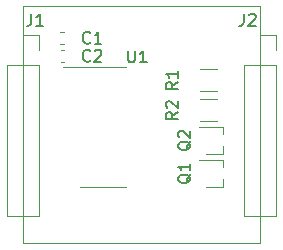
<source format=gbr>
G04 #@! TF.GenerationSoftware,KiCad,Pcbnew,(5.99.0-11522-g728b160719)*
G04 #@! TF.CreationDate,2021-08-06T10:01:41+10:00*
G04 #@! TF.ProjectId,USB-TTL,5553422d-5454-44c2-9e6b-696361645f70,rev?*
G04 #@! TF.SameCoordinates,Original*
G04 #@! TF.FileFunction,Legend,Top*
G04 #@! TF.FilePolarity,Positive*
%FSLAX46Y46*%
G04 Gerber Fmt 4.6, Leading zero omitted, Abs format (unit mm)*
G04 Created by KiCad (PCBNEW (5.99.0-11522-g728b160719)) date 2021-08-06 10:01:41*
%MOMM*%
%LPD*%
G01*
G04 APERTURE LIST*
G04 #@! TA.AperFunction,Profile*
%ADD10C,0.100000*%
G04 #@! TD*
%ADD11C,0.150000*%
%ADD12C,0.120000*%
G04 APERTURE END LIST*
D10*
X157988000Y-103734000D02*
X137922000Y-103734000D01*
X137922000Y-103734000D02*
X137922000Y-83668000D01*
X137922000Y-83668000D02*
X157988000Y-83668000D01*
X157988000Y-83668000D02*
X157988000Y-103734000D01*
D11*
G04 #@! TO.C,J1*
X138604666Y-84288380D02*
X138604666Y-85002666D01*
X138557047Y-85145523D01*
X138461809Y-85240761D01*
X138318952Y-85288380D01*
X138223714Y-85288380D01*
X139604666Y-85288380D02*
X139033238Y-85288380D01*
X139318952Y-85288380D02*
X139318952Y-84288380D01*
X139223714Y-84431238D01*
X139128476Y-84526476D01*
X139033238Y-84574095D01*
G04 #@! TO.C,U1*
X146812095Y-87405380D02*
X146812095Y-88214904D01*
X146859714Y-88310142D01*
X146907333Y-88357761D01*
X147002571Y-88405380D01*
X147193047Y-88405380D01*
X147288285Y-88357761D01*
X147335904Y-88310142D01*
X147383523Y-88214904D01*
X147383523Y-87405380D01*
X148383523Y-88405380D02*
X147812095Y-88405380D01*
X148097809Y-88405380D02*
X148097809Y-87405380D01*
X148002571Y-87548238D01*
X147907333Y-87643476D01*
X147812095Y-87691095D01*
G04 #@! TO.C,R2*
X151012880Y-92622666D02*
X150536690Y-92956000D01*
X151012880Y-93194095D02*
X150012880Y-93194095D01*
X150012880Y-92813142D01*
X150060500Y-92717904D01*
X150108119Y-92670285D01*
X150203357Y-92622666D01*
X150346214Y-92622666D01*
X150441452Y-92670285D01*
X150489071Y-92717904D01*
X150536690Y-92813142D01*
X150536690Y-93194095D01*
X150108119Y-92241714D02*
X150060500Y-92194095D01*
X150012880Y-92098857D01*
X150012880Y-91860761D01*
X150060500Y-91765523D01*
X150108119Y-91717904D01*
X150203357Y-91670285D01*
X150298595Y-91670285D01*
X150441452Y-91717904D01*
X151012880Y-92289333D01*
X151012880Y-91670285D01*
G04 #@! TO.C,R1*
X151012880Y-90082666D02*
X150536690Y-90416000D01*
X151012880Y-90654095D02*
X150012880Y-90654095D01*
X150012880Y-90273142D01*
X150060500Y-90177904D01*
X150108119Y-90130285D01*
X150203357Y-90082666D01*
X150346214Y-90082666D01*
X150441452Y-90130285D01*
X150489071Y-90177904D01*
X150536690Y-90273142D01*
X150536690Y-90654095D01*
X151012880Y-89130285D02*
X151012880Y-89701714D01*
X151012880Y-89416000D02*
X150012880Y-89416000D01*
X150155738Y-89511238D01*
X150250976Y-89606476D01*
X150298595Y-89701714D01*
G04 #@! TO.C,C2*
X143597333Y-88241142D02*
X143549714Y-88288761D01*
X143406857Y-88336380D01*
X143311619Y-88336380D01*
X143168761Y-88288761D01*
X143073523Y-88193523D01*
X143025904Y-88098285D01*
X142978285Y-87907809D01*
X142978285Y-87764952D01*
X143025904Y-87574476D01*
X143073523Y-87479238D01*
X143168761Y-87384000D01*
X143311619Y-87336380D01*
X143406857Y-87336380D01*
X143549714Y-87384000D01*
X143597333Y-87431619D01*
X143978285Y-87431619D02*
X144025904Y-87384000D01*
X144121142Y-87336380D01*
X144359238Y-87336380D01*
X144454476Y-87384000D01*
X144502095Y-87431619D01*
X144549714Y-87526857D01*
X144549714Y-87622095D01*
X144502095Y-87764952D01*
X143930666Y-88336380D01*
X144549714Y-88336380D01*
G04 #@! TO.C,Q1*
X152124119Y-97885238D02*
X152076500Y-97980476D01*
X151981261Y-98075714D01*
X151838404Y-98218571D01*
X151790785Y-98313809D01*
X151790785Y-98409047D01*
X152028880Y-98361428D02*
X151981261Y-98456666D01*
X151886023Y-98551904D01*
X151695547Y-98599523D01*
X151362214Y-98599523D01*
X151171738Y-98551904D01*
X151076500Y-98456666D01*
X151028880Y-98361428D01*
X151028880Y-98170952D01*
X151076500Y-98075714D01*
X151171738Y-97980476D01*
X151362214Y-97932857D01*
X151695547Y-97932857D01*
X151886023Y-97980476D01*
X151981261Y-98075714D01*
X152028880Y-98170952D01*
X152028880Y-98361428D01*
X152028880Y-96980476D02*
X152028880Y-97551904D01*
X152028880Y-97266190D02*
X151028880Y-97266190D01*
X151171738Y-97361428D01*
X151266976Y-97456666D01*
X151314595Y-97551904D01*
G04 #@! TO.C,C1*
X143597333Y-86717142D02*
X143549714Y-86764761D01*
X143406857Y-86812380D01*
X143311619Y-86812380D01*
X143168761Y-86764761D01*
X143073523Y-86669523D01*
X143025904Y-86574285D01*
X142978285Y-86383809D01*
X142978285Y-86240952D01*
X143025904Y-86050476D01*
X143073523Y-85955238D01*
X143168761Y-85860000D01*
X143311619Y-85812380D01*
X143406857Y-85812380D01*
X143549714Y-85860000D01*
X143597333Y-85907619D01*
X144549714Y-86812380D02*
X143978285Y-86812380D01*
X144264000Y-86812380D02*
X144264000Y-85812380D01*
X144168761Y-85955238D01*
X144073523Y-86050476D01*
X143978285Y-86098095D01*
G04 #@! TO.C,J2*
X156613666Y-84288380D02*
X156613666Y-85002666D01*
X156566047Y-85145523D01*
X156470809Y-85240761D01*
X156327952Y-85288380D01*
X156232714Y-85288380D01*
X157042238Y-84383619D02*
X157089857Y-84336000D01*
X157185095Y-84288380D01*
X157423190Y-84288380D01*
X157518428Y-84336000D01*
X157566047Y-84383619D01*
X157613666Y-84478857D01*
X157613666Y-84574095D01*
X157566047Y-84716952D01*
X156994619Y-85288380D01*
X157613666Y-85288380D01*
G04 #@! TO.C,Q2*
X152124119Y-95091238D02*
X152076500Y-95186476D01*
X151981261Y-95281714D01*
X151838404Y-95424571D01*
X151790785Y-95519809D01*
X151790785Y-95615047D01*
X152028880Y-95567428D02*
X151981261Y-95662666D01*
X151886023Y-95757904D01*
X151695547Y-95805523D01*
X151362214Y-95805523D01*
X151171738Y-95757904D01*
X151076500Y-95662666D01*
X151028880Y-95567428D01*
X151028880Y-95376952D01*
X151076500Y-95281714D01*
X151171738Y-95186476D01*
X151362214Y-95138857D01*
X151695547Y-95138857D01*
X151886023Y-95186476D01*
X151981261Y-95281714D01*
X152028880Y-95376952D01*
X152028880Y-95567428D01*
X151124119Y-94757904D02*
X151076500Y-94710285D01*
X151028880Y-94615047D01*
X151028880Y-94376952D01*
X151076500Y-94281714D01*
X151124119Y-94234095D01*
X151219357Y-94186476D01*
X151314595Y-94186476D01*
X151457452Y-94234095D01*
X152028880Y-94805523D01*
X152028880Y-94186476D01*
D12*
G04 #@! TO.C,J1*
X139252000Y-88646000D02*
X139252000Y-101406000D01*
X139252000Y-86046000D02*
X139252000Y-87376000D01*
X136592000Y-88646000D02*
X136592000Y-101406000D01*
X137922000Y-86046000D02*
X139252000Y-86046000D01*
X136592000Y-101406000D02*
X139252000Y-101406000D01*
X136592000Y-88646000D02*
X139252000Y-88646000D01*
G04 #@! TO.C,U1*
X144715000Y-98913000D02*
X142765000Y-98913000D01*
X144715000Y-88793000D02*
X146665000Y-88793000D01*
X144715000Y-88793000D02*
X141265000Y-88793000D01*
X144715000Y-98913000D02*
X146665000Y-98913000D01*
G04 #@! TO.C,R2*
X152881436Y-93366000D02*
X154335564Y-93366000D01*
X152881436Y-91546000D02*
X154335564Y-91546000D01*
G04 #@! TO.C,R1*
X152881436Y-90826000D02*
X154335564Y-90826000D01*
X152881436Y-89006000D02*
X154335564Y-89006000D01*
G04 #@! TO.C,C2*
X141083420Y-87374000D02*
X141364580Y-87374000D01*
X141083420Y-88394000D02*
X141364580Y-88394000D01*
G04 #@! TO.C,Q1*
X153436500Y-98950000D02*
X154846500Y-98950000D01*
X154846500Y-96630000D02*
X154846500Y-97290000D01*
X154846500Y-98290000D02*
X154846500Y-98950000D01*
X154846500Y-96630000D02*
X152816500Y-96630000D01*
G04 #@! TO.C,C1*
X141070420Y-86870000D02*
X141351580Y-86870000D01*
X141070420Y-85850000D02*
X141351580Y-85850000D01*
G04 #@! TO.C,J2*
X159318000Y-88646000D02*
X159318000Y-101406000D01*
X156658000Y-88646000D02*
X156658000Y-101406000D01*
X156658000Y-101406000D02*
X159318000Y-101406000D01*
X156658000Y-88646000D02*
X159318000Y-88646000D01*
X157988000Y-86046000D02*
X159318000Y-86046000D01*
X159318000Y-86046000D02*
X159318000Y-87376000D01*
G04 #@! TO.C,Q2*
X153436500Y-96156000D02*
X154846500Y-96156000D01*
X154846500Y-95496000D02*
X154846500Y-96156000D01*
X154846500Y-93836000D02*
X152816500Y-93836000D01*
X154846500Y-93836000D02*
X154846500Y-94496000D01*
G04 #@! TD*
M02*

</source>
